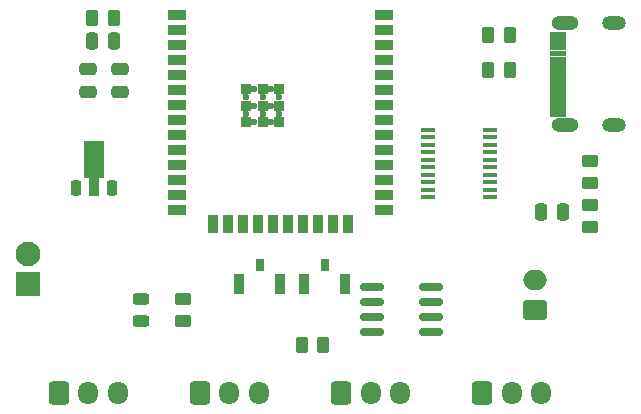
<source format=gts>
G04 #@! TF.GenerationSoftware,KiCad,Pcbnew,9.0.7*
G04 #@! TF.CreationDate,2026-01-19T10:27:03-08:00*
G04 #@! TF.ProjectId,Tesla Ambient Lighting,5465736c-6120-4416-9d62-69656e74204c,rev?*
G04 #@! TF.SameCoordinates,Original*
G04 #@! TF.FileFunction,Soldermask,Top*
G04 #@! TF.FilePolarity,Negative*
%FSLAX46Y46*%
G04 Gerber Fmt 4.6, Leading zero omitted, Abs format (unit mm)*
G04 Created by KiCad (PCBNEW 9.0.7) date 2026-01-19 10:27:03*
%MOMM*%
%LPD*%
G01*
G04 APERTURE LIST*
G04 Aperture macros list*
%AMRoundRect*
0 Rectangle with rounded corners*
0 $1 Rounding radius*
0 $2 $3 $4 $5 $6 $7 $8 $9 X,Y pos of 4 corners*
0 Add a 4 corners polygon primitive as box body*
4,1,4,$2,$3,$4,$5,$6,$7,$8,$9,$2,$3,0*
0 Add four circle primitives for the rounded corners*
1,1,$1+$1,$2,$3*
1,1,$1+$1,$4,$5*
1,1,$1+$1,$6,$7*
1,1,$1+$1,$8,$9*
0 Add four rect primitives between the rounded corners*
20,1,$1+$1,$2,$3,$4,$5,0*
20,1,$1+$1,$4,$5,$6,$7,0*
20,1,$1+$1,$6,$7,$8,$9,0*
20,1,$1+$1,$8,$9,$2,$3,0*%
%AMFreePoly0*
4,1,9,3.862500,-0.866500,0.737500,-0.866500,0.737500,-0.450000,-0.737500,-0.450000,-0.737500,0.450000,0.737500,0.450000,0.737500,0.866500,3.862500,0.866500,3.862500,-0.866500,3.862500,-0.866500,$1*%
G04 Aperture macros list end*
%ADD10C,0.010000*%
%ADD11RoundRect,0.250000X0.750000X-0.600000X0.750000X0.600000X-0.750000X0.600000X-0.750000X-0.600000X0*%
%ADD12O,2.000000X1.700000*%
%ADD13RoundRect,0.225000X0.225000X-0.425000X0.225000X0.425000X-0.225000X0.425000X-0.225000X-0.425000X0*%
%ADD14FreePoly0,90.000000*%
%ADD15O,2.304000X1.204000*%
%ADD16O,2.004000X1.204000*%
%ADD17R,1.200000X0.400000*%
%ADD18RoundRect,0.250000X-0.250000X-0.475000X0.250000X-0.475000X0.250000X0.475000X-0.250000X0.475000X0*%
%ADD19RoundRect,0.250000X0.450000X-0.262500X0.450000X0.262500X-0.450000X0.262500X-0.450000X-0.262500X0*%
%ADD20RoundRect,0.250000X0.262500X0.450000X-0.262500X0.450000X-0.262500X-0.450000X0.262500X-0.450000X0*%
%ADD21R,0.900000X1.700000*%
%ADD22R,0.800000X1.100000*%
%ADD23RoundRect,0.250000X-0.600000X-0.725000X0.600000X-0.725000X0.600000X0.725000X-0.600000X0.725000X0*%
%ADD24O,1.700000X1.950000*%
%ADD25RoundRect,0.250000X-0.262500X-0.450000X0.262500X-0.450000X0.262500X0.450000X-0.262500X0.450000X0*%
%ADD26RoundRect,0.250000X-0.475000X0.250000X-0.475000X-0.250000X0.475000X-0.250000X0.475000X0.250000X0*%
%ADD27RoundRect,0.250001X0.799999X-0.799999X0.799999X0.799999X-0.799999X0.799999X-0.799999X-0.799999X0*%
%ADD28C,2.100000*%
%ADD29RoundRect,0.243750X0.456250X-0.243750X0.456250X0.243750X-0.456250X0.243750X-0.456250X-0.243750X0*%
%ADD30R,1.500000X0.900000*%
%ADD31R,0.900000X1.500000*%
%ADD32R,0.900000X0.900000*%
%ADD33C,0.600000*%
%ADD34RoundRect,0.150000X-0.825000X-0.150000X0.825000X-0.150000X0.825000X0.150000X-0.825000X0.150000X0*%
G04 APERTURE END LIST*
D10*
G04 #@! TO.C,J6*
X168370000Y-88150000D02*
X167120000Y-88150000D01*
X167120000Y-87450000D01*
X168370000Y-87450000D01*
X168370000Y-88150000D01*
G36*
X168370000Y-88150000D02*
G01*
X167120000Y-88150000D01*
X167120000Y-87450000D01*
X168370000Y-87450000D01*
X168370000Y-88150000D01*
G37*
X168370000Y-88950000D02*
X167120000Y-88950000D01*
X167120000Y-88250000D01*
X168370000Y-88250000D01*
X168370000Y-88950000D01*
G36*
X168370000Y-88950000D02*
G01*
X167120000Y-88950000D01*
X167120000Y-88250000D01*
X168370000Y-88250000D01*
X168370000Y-88950000D01*
G37*
X168370000Y-89450000D02*
X167120000Y-89450000D01*
X167120000Y-89050000D01*
X168370000Y-89050000D01*
X168370000Y-89450000D01*
G36*
X168370000Y-89450000D02*
G01*
X167120000Y-89450000D01*
X167120000Y-89050000D01*
X168370000Y-89050000D01*
X168370000Y-89450000D01*
G37*
X168370000Y-89950000D02*
X167120000Y-89950000D01*
X167120000Y-89550000D01*
X168370000Y-89550000D01*
X168370000Y-89950000D01*
G36*
X168370000Y-89950000D02*
G01*
X167120000Y-89950000D01*
X167120000Y-89550000D01*
X168370000Y-89550000D01*
X168370000Y-89950000D01*
G37*
X168370000Y-90450000D02*
X167120000Y-90450000D01*
X167120000Y-90050000D01*
X168370000Y-90050000D01*
X168370000Y-90450000D01*
G36*
X168370000Y-90450000D02*
G01*
X167120000Y-90450000D01*
X167120000Y-90050000D01*
X168370000Y-90050000D01*
X168370000Y-90450000D01*
G37*
X168370000Y-90950000D02*
X167120000Y-90950000D01*
X167120000Y-90550000D01*
X168370000Y-90550000D01*
X168370000Y-90950000D01*
G36*
X168370000Y-90950000D02*
G01*
X167120000Y-90950000D01*
X167120000Y-90550000D01*
X168370000Y-90550000D01*
X168370000Y-90950000D01*
G37*
X168370000Y-91450000D02*
X167120000Y-91450000D01*
X167120000Y-91050000D01*
X168370000Y-91050000D01*
X168370000Y-91450000D01*
G36*
X168370000Y-91450000D02*
G01*
X167120000Y-91450000D01*
X167120000Y-91050000D01*
X168370000Y-91050000D01*
X168370000Y-91450000D01*
G37*
X168370000Y-91950000D02*
X167120000Y-91950000D01*
X167120000Y-91550000D01*
X168370000Y-91550000D01*
X168370000Y-91950000D01*
G36*
X168370000Y-91950000D02*
G01*
X167120000Y-91950000D01*
X167120000Y-91550000D01*
X168370000Y-91550000D01*
X168370000Y-91950000D01*
G37*
X168370000Y-92450000D02*
X167120000Y-92450000D01*
X167120000Y-92050000D01*
X168370000Y-92050000D01*
X168370000Y-92450000D01*
G36*
X168370000Y-92450000D02*
G01*
X167120000Y-92450000D01*
X167120000Y-92050000D01*
X168370000Y-92050000D01*
X168370000Y-92450000D01*
G37*
X168370000Y-92950000D02*
X167120000Y-92950000D01*
X167120000Y-92550000D01*
X168370000Y-92550000D01*
X168370000Y-92950000D01*
G36*
X168370000Y-92950000D02*
G01*
X167120000Y-92950000D01*
X167120000Y-92550000D01*
X168370000Y-92550000D01*
X168370000Y-92950000D01*
G37*
X168370000Y-93750000D02*
X167120000Y-93750000D01*
X167120000Y-93050000D01*
X168370000Y-93050000D01*
X168370000Y-93750000D01*
G36*
X168370000Y-93750000D02*
G01*
X167120000Y-93750000D01*
X167120000Y-93050000D01*
X168370000Y-93050000D01*
X168370000Y-93750000D01*
G37*
X168370000Y-94550000D02*
X167120000Y-94550000D01*
X167120000Y-93850000D01*
X168370000Y-93850000D01*
X168370000Y-94550000D01*
G36*
X168370000Y-94550000D02*
G01*
X167120000Y-94550000D01*
X167120000Y-93850000D01*
X168370000Y-93850000D01*
X168370000Y-94550000D01*
G37*
G04 #@! TD*
D11*
G04 #@! TO.C,J5*
X165805000Y-111000000D03*
D12*
X165805000Y-108500000D03*
G04 #@! TD*
D13*
G04 #@! TO.C,U4*
X127000000Y-100700000D03*
D14*
X128500000Y-100612500D03*
D13*
X130000000Y-100700000D03*
G04 #@! TD*
D15*
G04 #@! TO.C,J6*
X168320000Y-95320000D03*
X168320000Y-86680000D03*
D16*
X172500000Y-95320000D03*
X172500000Y-86680000D03*
G04 #@! TD*
D17*
G04 #@! TO.C,U5*
X156800000Y-95750000D03*
X156800000Y-96385000D03*
X156800000Y-97020000D03*
X156800000Y-97655000D03*
X156800000Y-98290000D03*
X156800000Y-98925000D03*
X156800000Y-99560000D03*
X156800000Y-100195000D03*
X156800000Y-100830000D03*
X156800000Y-101465000D03*
X162000000Y-101465000D03*
X162000000Y-100830000D03*
X162000000Y-100195000D03*
X162000000Y-99560000D03*
X162000000Y-98925000D03*
X162000000Y-98290000D03*
X162000000Y-97655000D03*
X162000000Y-97020000D03*
X162000000Y-96385000D03*
X162000000Y-95750000D03*
G04 #@! TD*
D18*
G04 #@! TO.C,C4*
X166300000Y-102750000D03*
X168200000Y-102750000D03*
G04 #@! TD*
D19*
G04 #@! TO.C,R6*
X136000000Y-111912500D03*
X136000000Y-110087500D03*
G04 #@! TD*
D20*
G04 #@! TO.C,R5*
X163662500Y-87750000D03*
X161837500Y-87750000D03*
G04 #@! TD*
D21*
G04 #@! TO.C,RESET*
X144200000Y-108820000D03*
X140800000Y-108820000D03*
D22*
X142500000Y-107180000D03*
G04 #@! TD*
D21*
G04 #@! TO.C,SW1*
X149700000Y-108820000D03*
X146300000Y-108820000D03*
D22*
X148000000Y-107180000D03*
G04 #@! TD*
D23*
G04 #@! TO.C,J3*
X149400000Y-118000000D03*
D24*
X151900000Y-118000000D03*
X154400000Y-118000000D03*
G04 #@! TD*
D25*
G04 #@! TO.C,R1*
X128337500Y-86250000D03*
X130162500Y-86250000D03*
G04 #@! TD*
G04 #@! TO.C,R4*
X161837500Y-90700000D03*
X163662500Y-90700000D03*
G04 #@! TD*
D20*
G04 #@! TO.C,R7*
X147912500Y-114000000D03*
X146087500Y-114000000D03*
G04 #@! TD*
D26*
G04 #@! TO.C,C1*
X130720000Y-90625000D03*
X130720000Y-92525000D03*
G04 #@! TD*
D23*
G04 #@! TO.C,J2*
X137450000Y-118000000D03*
D24*
X139950000Y-118000000D03*
X142450000Y-118000000D03*
G04 #@! TD*
D27*
G04 #@! TO.C,J7*
X122867500Y-108790000D03*
D28*
X122867500Y-106250000D03*
G04 #@! TD*
D29*
G04 #@! TO.C,PWR*
X132500000Y-111937500D03*
X132500000Y-110062500D03*
G04 #@! TD*
D19*
G04 #@! TO.C,R2*
X170500000Y-103950000D03*
X170500000Y-102125000D03*
G04 #@! TD*
D18*
G04 #@! TO.C,C3*
X128300000Y-88250000D03*
X130200000Y-88250000D03*
G04 #@! TD*
D30*
G04 #@! TO.C,U1*
X135500000Y-85990000D03*
X135500000Y-87260000D03*
X135500000Y-88530000D03*
X135500000Y-89800000D03*
X135500000Y-91070000D03*
X135500000Y-92340000D03*
X135500000Y-93610000D03*
X135500000Y-94880000D03*
X135500000Y-96150000D03*
X135500000Y-97420000D03*
X135500000Y-98690000D03*
X135500000Y-99960000D03*
X135500000Y-101230000D03*
X135500000Y-102500000D03*
D31*
X138535000Y-103750000D03*
X139805000Y-103750000D03*
X141075000Y-103750000D03*
X142345000Y-103750000D03*
X143615000Y-103750000D03*
X144885000Y-103750000D03*
X146155000Y-103750000D03*
X147425000Y-103750000D03*
X148695000Y-103750000D03*
X149965000Y-103750000D03*
D30*
X153000000Y-102500000D03*
X153000000Y-101230000D03*
X153000000Y-99960000D03*
X153000000Y-98690000D03*
X153000000Y-97420000D03*
X153000000Y-96150000D03*
X153000000Y-94880000D03*
X153000000Y-93610000D03*
X153000000Y-92340000D03*
X153000000Y-91070000D03*
X153000000Y-89800000D03*
X153000000Y-88530000D03*
X153000000Y-87260000D03*
X153000000Y-85990000D03*
D32*
X141350000Y-92310000D03*
D33*
X141350000Y-93010000D03*
D32*
X141350000Y-93710000D03*
D33*
X141350000Y-94410000D03*
D32*
X141350000Y-95110000D03*
D33*
X142050000Y-92310000D03*
X142050000Y-93710000D03*
X142050000Y-95110000D03*
D32*
X142750000Y-92310000D03*
D33*
X142750000Y-93010000D03*
D32*
X142750000Y-93710000D03*
D33*
X142750000Y-94410000D03*
D32*
X142750000Y-95110000D03*
D33*
X143450000Y-92310000D03*
X143450000Y-93710000D03*
X143450000Y-95110000D03*
D32*
X144150000Y-92310000D03*
D33*
X144150000Y-93010000D03*
D32*
X144150000Y-93710000D03*
D33*
X144150000Y-94410000D03*
D32*
X144150000Y-95110000D03*
G04 #@! TD*
D23*
G04 #@! TO.C,J4*
X161350000Y-118000000D03*
D24*
X163850000Y-118000000D03*
X166350000Y-118000000D03*
G04 #@! TD*
D19*
G04 #@! TO.C,R3*
X170500000Y-100250000D03*
X170500000Y-98425000D03*
G04 #@! TD*
D26*
G04 #@! TO.C,C2*
X128000000Y-90625000D03*
X128000000Y-92525000D03*
G04 #@! TD*
D34*
G04 #@! TO.C,U2*
X152025000Y-109095000D03*
X152025000Y-110365000D03*
X152025000Y-111635000D03*
X152025000Y-112905000D03*
X156975000Y-112905000D03*
X156975000Y-111635000D03*
X156975000Y-110365000D03*
X156975000Y-109095000D03*
G04 #@! TD*
D23*
G04 #@! TO.C,J1*
X125500000Y-118000000D03*
D24*
X128000000Y-118000000D03*
X130500000Y-118000000D03*
G04 #@! TD*
M02*

</source>
